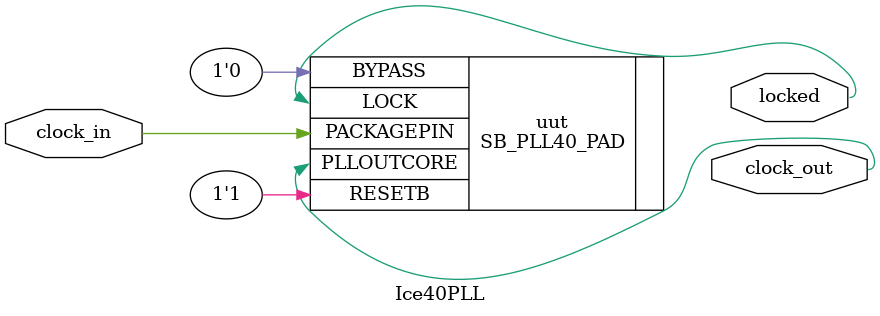
<source format=v>
/**
 * PLL configuration
 *
 * This Verilog module was generated automatically
 * using the icepll tool from the IceStorm project.
 * Use at your own risk.
 *
 * Given input frequency:        12.000 MHz
 * Requested output frequency:   48.000 MHz
 * Achieved output frequency:    48.000 MHz
 */

module Ice40PLL(
	input  clock_in,
	output clock_out,
	output locked
	);

SB_PLL40_PAD #(
		.FEEDBACK_PATH("SIMPLE"),
		.DIVR(4'b0000),		// DIVR =  0
		.DIVF(7'b0111111),	// DIVF = 63
		.DIVQ(3'b100),		// DIVQ =  4
		.FILTER_RANGE(3'b001)	// FILTER_RANGE = 1
	) uut (
		.LOCK(locked),
		.RESETB(1'b1),
		.BYPASS(1'b0),
		.PACKAGEPIN(clock_in),
		//.REFERENCECLK(clock_in),
		.PLLOUTCORE(clock_out)
		);

endmodule

</source>
